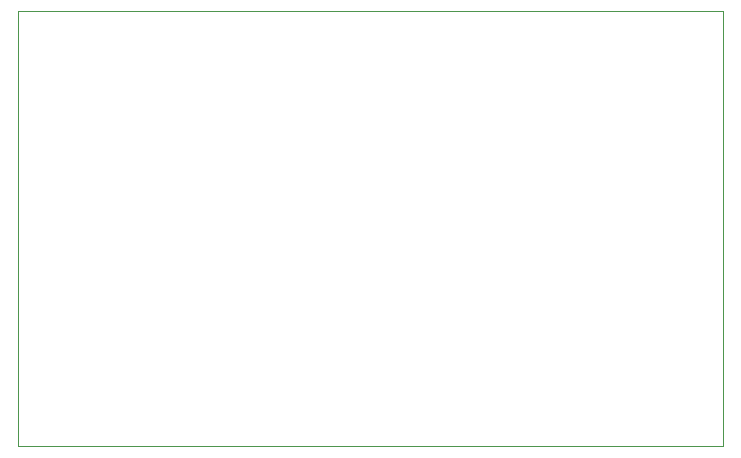
<source format=gbr>
G04 (created by PCBNEW (2013-07-07 BZR 4022)-stable) date 10/06/2014 19:35:49*
%MOIN*%
G04 Gerber Fmt 3.4, Leading zero omitted, Abs format*
%FSLAX34Y34*%
G01*
G70*
G90*
G04 APERTURE LIST*
%ADD10C,0.00590551*%
%ADD11C,0.00393701*%
G04 APERTURE END LIST*
G54D10*
G54D11*
X67500Y-26500D02*
X44000Y-26500D01*
X67500Y-12000D02*
X44000Y-12000D01*
X46000Y-12000D02*
X46500Y-12000D01*
X44000Y-26500D02*
X44000Y-12000D01*
X67500Y-12000D02*
X67500Y-26500D01*
M02*

</source>
